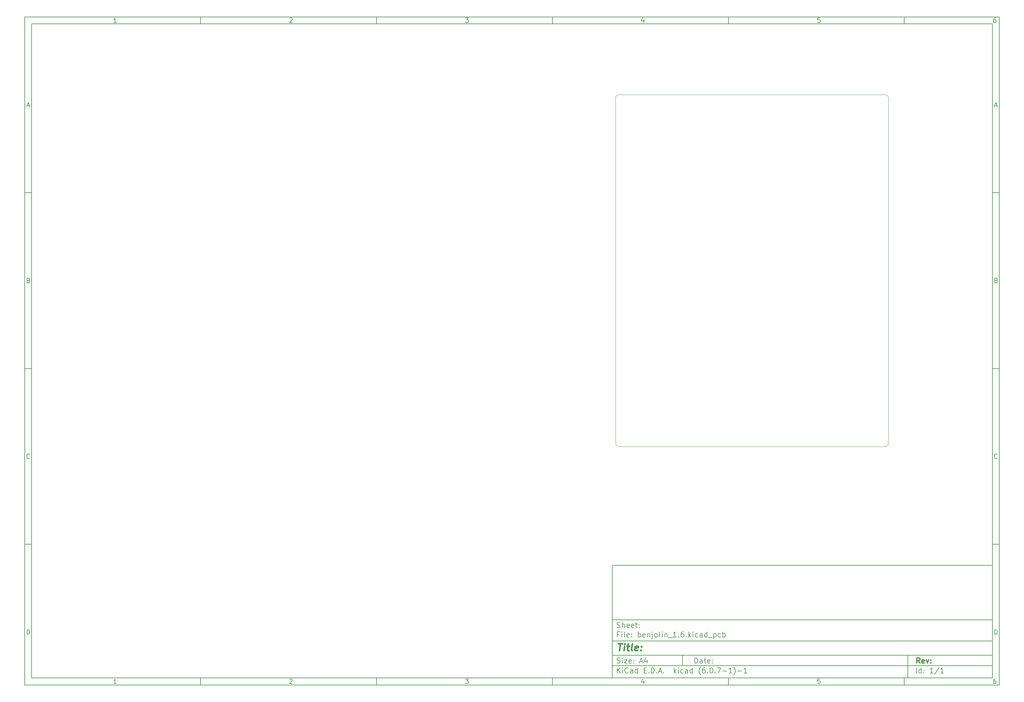
<source format=gbr>
%TF.GenerationSoftware,KiCad,Pcbnew,(6.0.7-1)-1*%
%TF.CreationDate,2022-10-07T09:47:05+07:00*%
%TF.ProjectId,benjolin_1.6,62656e6a-6f6c-4696-9e5f-312e362e6b69,rev?*%
%TF.SameCoordinates,Original*%
%TF.FileFunction,Paste,Bot*%
%TF.FilePolarity,Positive*%
%FSLAX46Y46*%
G04 Gerber Fmt 4.6, Leading zero omitted, Abs format (unit mm)*
G04 Created by KiCad (PCBNEW (6.0.7-1)-1) date 2022-10-07 09:47:05*
%MOMM*%
%LPD*%
G01*
G04 APERTURE LIST*
%ADD10C,0.100000*%
%ADD11C,0.150000*%
%ADD12C,0.300000*%
%ADD13C,0.400000*%
%TA.AperFunction,Profile*%
%ADD14C,0.100000*%
%TD*%
G04 APERTURE END LIST*
D10*
D11*
X177002200Y-166007200D02*
X177002200Y-198007200D01*
X285002200Y-198007200D01*
X285002200Y-166007200D01*
X177002200Y-166007200D01*
D10*
D11*
X10000000Y-10000000D02*
X10000000Y-200007200D01*
X287002200Y-200007200D01*
X287002200Y-10000000D01*
X10000000Y-10000000D01*
D10*
D11*
X12000000Y-12000000D02*
X12000000Y-198007200D01*
X285002200Y-198007200D01*
X285002200Y-12000000D01*
X12000000Y-12000000D01*
D10*
D11*
X60000000Y-12000000D02*
X60000000Y-10000000D01*
D10*
D11*
X110000000Y-12000000D02*
X110000000Y-10000000D01*
D10*
D11*
X160000000Y-12000000D02*
X160000000Y-10000000D01*
D10*
D11*
X210000000Y-12000000D02*
X210000000Y-10000000D01*
D10*
D11*
X260000000Y-12000000D02*
X260000000Y-10000000D01*
D10*
D11*
X36065476Y-11588095D02*
X35322619Y-11588095D01*
X35694047Y-11588095D02*
X35694047Y-10288095D01*
X35570238Y-10473809D01*
X35446428Y-10597619D01*
X35322619Y-10659523D01*
D10*
D11*
X85322619Y-10411904D02*
X85384523Y-10350000D01*
X85508333Y-10288095D01*
X85817857Y-10288095D01*
X85941666Y-10350000D01*
X86003571Y-10411904D01*
X86065476Y-10535714D01*
X86065476Y-10659523D01*
X86003571Y-10845238D01*
X85260714Y-11588095D01*
X86065476Y-11588095D01*
D10*
D11*
X135260714Y-10288095D02*
X136065476Y-10288095D01*
X135632142Y-10783333D01*
X135817857Y-10783333D01*
X135941666Y-10845238D01*
X136003571Y-10907142D01*
X136065476Y-11030952D01*
X136065476Y-11340476D01*
X136003571Y-11464285D01*
X135941666Y-11526190D01*
X135817857Y-11588095D01*
X135446428Y-11588095D01*
X135322619Y-11526190D01*
X135260714Y-11464285D01*
D10*
D11*
X185941666Y-10721428D02*
X185941666Y-11588095D01*
X185632142Y-10226190D02*
X185322619Y-11154761D01*
X186127380Y-11154761D01*
D10*
D11*
X236003571Y-10288095D02*
X235384523Y-10288095D01*
X235322619Y-10907142D01*
X235384523Y-10845238D01*
X235508333Y-10783333D01*
X235817857Y-10783333D01*
X235941666Y-10845238D01*
X236003571Y-10907142D01*
X236065476Y-11030952D01*
X236065476Y-11340476D01*
X236003571Y-11464285D01*
X235941666Y-11526190D01*
X235817857Y-11588095D01*
X235508333Y-11588095D01*
X235384523Y-11526190D01*
X235322619Y-11464285D01*
D10*
D11*
X285941666Y-10288095D02*
X285694047Y-10288095D01*
X285570238Y-10350000D01*
X285508333Y-10411904D01*
X285384523Y-10597619D01*
X285322619Y-10845238D01*
X285322619Y-11340476D01*
X285384523Y-11464285D01*
X285446428Y-11526190D01*
X285570238Y-11588095D01*
X285817857Y-11588095D01*
X285941666Y-11526190D01*
X286003571Y-11464285D01*
X286065476Y-11340476D01*
X286065476Y-11030952D01*
X286003571Y-10907142D01*
X285941666Y-10845238D01*
X285817857Y-10783333D01*
X285570238Y-10783333D01*
X285446428Y-10845238D01*
X285384523Y-10907142D01*
X285322619Y-11030952D01*
D10*
D11*
X60000000Y-198007200D02*
X60000000Y-200007200D01*
D10*
D11*
X110000000Y-198007200D02*
X110000000Y-200007200D01*
D10*
D11*
X160000000Y-198007200D02*
X160000000Y-200007200D01*
D10*
D11*
X210000000Y-198007200D02*
X210000000Y-200007200D01*
D10*
D11*
X260000000Y-198007200D02*
X260000000Y-200007200D01*
D10*
D11*
X36065476Y-199595295D02*
X35322619Y-199595295D01*
X35694047Y-199595295D02*
X35694047Y-198295295D01*
X35570238Y-198481009D01*
X35446428Y-198604819D01*
X35322619Y-198666723D01*
D10*
D11*
X85322619Y-198419104D02*
X85384523Y-198357200D01*
X85508333Y-198295295D01*
X85817857Y-198295295D01*
X85941666Y-198357200D01*
X86003571Y-198419104D01*
X86065476Y-198542914D01*
X86065476Y-198666723D01*
X86003571Y-198852438D01*
X85260714Y-199595295D01*
X86065476Y-199595295D01*
D10*
D11*
X135260714Y-198295295D02*
X136065476Y-198295295D01*
X135632142Y-198790533D01*
X135817857Y-198790533D01*
X135941666Y-198852438D01*
X136003571Y-198914342D01*
X136065476Y-199038152D01*
X136065476Y-199347676D01*
X136003571Y-199471485D01*
X135941666Y-199533390D01*
X135817857Y-199595295D01*
X135446428Y-199595295D01*
X135322619Y-199533390D01*
X135260714Y-199471485D01*
D10*
D11*
X185941666Y-198728628D02*
X185941666Y-199595295D01*
X185632142Y-198233390D02*
X185322619Y-199161961D01*
X186127380Y-199161961D01*
D10*
D11*
X236003571Y-198295295D02*
X235384523Y-198295295D01*
X235322619Y-198914342D01*
X235384523Y-198852438D01*
X235508333Y-198790533D01*
X235817857Y-198790533D01*
X235941666Y-198852438D01*
X236003571Y-198914342D01*
X236065476Y-199038152D01*
X236065476Y-199347676D01*
X236003571Y-199471485D01*
X235941666Y-199533390D01*
X235817857Y-199595295D01*
X235508333Y-199595295D01*
X235384523Y-199533390D01*
X235322619Y-199471485D01*
D10*
D11*
X285941666Y-198295295D02*
X285694047Y-198295295D01*
X285570238Y-198357200D01*
X285508333Y-198419104D01*
X285384523Y-198604819D01*
X285322619Y-198852438D01*
X285322619Y-199347676D01*
X285384523Y-199471485D01*
X285446428Y-199533390D01*
X285570238Y-199595295D01*
X285817857Y-199595295D01*
X285941666Y-199533390D01*
X286003571Y-199471485D01*
X286065476Y-199347676D01*
X286065476Y-199038152D01*
X286003571Y-198914342D01*
X285941666Y-198852438D01*
X285817857Y-198790533D01*
X285570238Y-198790533D01*
X285446428Y-198852438D01*
X285384523Y-198914342D01*
X285322619Y-199038152D01*
D10*
D11*
X10000000Y-60000000D02*
X12000000Y-60000000D01*
D10*
D11*
X10000000Y-110000000D02*
X12000000Y-110000000D01*
D10*
D11*
X10000000Y-160000000D02*
X12000000Y-160000000D01*
D10*
D11*
X10690476Y-35216666D02*
X11309523Y-35216666D01*
X10566666Y-35588095D02*
X11000000Y-34288095D01*
X11433333Y-35588095D01*
D10*
D11*
X11092857Y-84907142D02*
X11278571Y-84969047D01*
X11340476Y-85030952D01*
X11402380Y-85154761D01*
X11402380Y-85340476D01*
X11340476Y-85464285D01*
X11278571Y-85526190D01*
X11154761Y-85588095D01*
X10659523Y-85588095D01*
X10659523Y-84288095D01*
X11092857Y-84288095D01*
X11216666Y-84350000D01*
X11278571Y-84411904D01*
X11340476Y-84535714D01*
X11340476Y-84659523D01*
X11278571Y-84783333D01*
X11216666Y-84845238D01*
X11092857Y-84907142D01*
X10659523Y-84907142D01*
D10*
D11*
X11402380Y-135464285D02*
X11340476Y-135526190D01*
X11154761Y-135588095D01*
X11030952Y-135588095D01*
X10845238Y-135526190D01*
X10721428Y-135402380D01*
X10659523Y-135278571D01*
X10597619Y-135030952D01*
X10597619Y-134845238D01*
X10659523Y-134597619D01*
X10721428Y-134473809D01*
X10845238Y-134350000D01*
X11030952Y-134288095D01*
X11154761Y-134288095D01*
X11340476Y-134350000D01*
X11402380Y-134411904D01*
D10*
D11*
X10659523Y-185588095D02*
X10659523Y-184288095D01*
X10969047Y-184288095D01*
X11154761Y-184350000D01*
X11278571Y-184473809D01*
X11340476Y-184597619D01*
X11402380Y-184845238D01*
X11402380Y-185030952D01*
X11340476Y-185278571D01*
X11278571Y-185402380D01*
X11154761Y-185526190D01*
X10969047Y-185588095D01*
X10659523Y-185588095D01*
D10*
D11*
X287002200Y-60000000D02*
X285002200Y-60000000D01*
D10*
D11*
X287002200Y-110000000D02*
X285002200Y-110000000D01*
D10*
D11*
X287002200Y-160000000D02*
X285002200Y-160000000D01*
D10*
D11*
X285692676Y-35216666D02*
X286311723Y-35216666D01*
X285568866Y-35588095D02*
X286002200Y-34288095D01*
X286435533Y-35588095D01*
D10*
D11*
X286095057Y-84907142D02*
X286280771Y-84969047D01*
X286342676Y-85030952D01*
X286404580Y-85154761D01*
X286404580Y-85340476D01*
X286342676Y-85464285D01*
X286280771Y-85526190D01*
X286156961Y-85588095D01*
X285661723Y-85588095D01*
X285661723Y-84288095D01*
X286095057Y-84288095D01*
X286218866Y-84350000D01*
X286280771Y-84411904D01*
X286342676Y-84535714D01*
X286342676Y-84659523D01*
X286280771Y-84783333D01*
X286218866Y-84845238D01*
X286095057Y-84907142D01*
X285661723Y-84907142D01*
D10*
D11*
X286404580Y-135464285D02*
X286342676Y-135526190D01*
X286156961Y-135588095D01*
X286033152Y-135588095D01*
X285847438Y-135526190D01*
X285723628Y-135402380D01*
X285661723Y-135278571D01*
X285599819Y-135030952D01*
X285599819Y-134845238D01*
X285661723Y-134597619D01*
X285723628Y-134473809D01*
X285847438Y-134350000D01*
X286033152Y-134288095D01*
X286156961Y-134288095D01*
X286342676Y-134350000D01*
X286404580Y-134411904D01*
D10*
D11*
X285661723Y-185588095D02*
X285661723Y-184288095D01*
X285971247Y-184288095D01*
X286156961Y-184350000D01*
X286280771Y-184473809D01*
X286342676Y-184597619D01*
X286404580Y-184845238D01*
X286404580Y-185030952D01*
X286342676Y-185278571D01*
X286280771Y-185402380D01*
X286156961Y-185526190D01*
X285971247Y-185588095D01*
X285661723Y-185588095D01*
D10*
D11*
X200434342Y-193785771D02*
X200434342Y-192285771D01*
X200791485Y-192285771D01*
X201005771Y-192357200D01*
X201148628Y-192500057D01*
X201220057Y-192642914D01*
X201291485Y-192928628D01*
X201291485Y-193142914D01*
X201220057Y-193428628D01*
X201148628Y-193571485D01*
X201005771Y-193714342D01*
X200791485Y-193785771D01*
X200434342Y-193785771D01*
X202577200Y-193785771D02*
X202577200Y-193000057D01*
X202505771Y-192857200D01*
X202362914Y-192785771D01*
X202077200Y-192785771D01*
X201934342Y-192857200D01*
X202577200Y-193714342D02*
X202434342Y-193785771D01*
X202077200Y-193785771D01*
X201934342Y-193714342D01*
X201862914Y-193571485D01*
X201862914Y-193428628D01*
X201934342Y-193285771D01*
X202077200Y-193214342D01*
X202434342Y-193214342D01*
X202577200Y-193142914D01*
X203077200Y-192785771D02*
X203648628Y-192785771D01*
X203291485Y-192285771D02*
X203291485Y-193571485D01*
X203362914Y-193714342D01*
X203505771Y-193785771D01*
X203648628Y-193785771D01*
X204720057Y-193714342D02*
X204577200Y-193785771D01*
X204291485Y-193785771D01*
X204148628Y-193714342D01*
X204077200Y-193571485D01*
X204077200Y-193000057D01*
X204148628Y-192857200D01*
X204291485Y-192785771D01*
X204577200Y-192785771D01*
X204720057Y-192857200D01*
X204791485Y-193000057D01*
X204791485Y-193142914D01*
X204077200Y-193285771D01*
X205434342Y-193642914D02*
X205505771Y-193714342D01*
X205434342Y-193785771D01*
X205362914Y-193714342D01*
X205434342Y-193642914D01*
X205434342Y-193785771D01*
X205434342Y-192857200D02*
X205505771Y-192928628D01*
X205434342Y-193000057D01*
X205362914Y-192928628D01*
X205434342Y-192857200D01*
X205434342Y-193000057D01*
D10*
D11*
X177002200Y-194507200D02*
X285002200Y-194507200D01*
D10*
D11*
X178434342Y-196585771D02*
X178434342Y-195085771D01*
X179291485Y-196585771D02*
X178648628Y-195728628D01*
X179291485Y-195085771D02*
X178434342Y-195942914D01*
X179934342Y-196585771D02*
X179934342Y-195585771D01*
X179934342Y-195085771D02*
X179862914Y-195157200D01*
X179934342Y-195228628D01*
X180005771Y-195157200D01*
X179934342Y-195085771D01*
X179934342Y-195228628D01*
X181505771Y-196442914D02*
X181434342Y-196514342D01*
X181220057Y-196585771D01*
X181077200Y-196585771D01*
X180862914Y-196514342D01*
X180720057Y-196371485D01*
X180648628Y-196228628D01*
X180577200Y-195942914D01*
X180577200Y-195728628D01*
X180648628Y-195442914D01*
X180720057Y-195300057D01*
X180862914Y-195157200D01*
X181077200Y-195085771D01*
X181220057Y-195085771D01*
X181434342Y-195157200D01*
X181505771Y-195228628D01*
X182791485Y-196585771D02*
X182791485Y-195800057D01*
X182720057Y-195657200D01*
X182577200Y-195585771D01*
X182291485Y-195585771D01*
X182148628Y-195657200D01*
X182791485Y-196514342D02*
X182648628Y-196585771D01*
X182291485Y-196585771D01*
X182148628Y-196514342D01*
X182077200Y-196371485D01*
X182077200Y-196228628D01*
X182148628Y-196085771D01*
X182291485Y-196014342D01*
X182648628Y-196014342D01*
X182791485Y-195942914D01*
X184148628Y-196585771D02*
X184148628Y-195085771D01*
X184148628Y-196514342D02*
X184005771Y-196585771D01*
X183720057Y-196585771D01*
X183577200Y-196514342D01*
X183505771Y-196442914D01*
X183434342Y-196300057D01*
X183434342Y-195871485D01*
X183505771Y-195728628D01*
X183577200Y-195657200D01*
X183720057Y-195585771D01*
X184005771Y-195585771D01*
X184148628Y-195657200D01*
X186005771Y-195800057D02*
X186505771Y-195800057D01*
X186720057Y-196585771D02*
X186005771Y-196585771D01*
X186005771Y-195085771D01*
X186720057Y-195085771D01*
X187362914Y-196442914D02*
X187434342Y-196514342D01*
X187362914Y-196585771D01*
X187291485Y-196514342D01*
X187362914Y-196442914D01*
X187362914Y-196585771D01*
X188077200Y-196585771D02*
X188077200Y-195085771D01*
X188434342Y-195085771D01*
X188648628Y-195157200D01*
X188791485Y-195300057D01*
X188862914Y-195442914D01*
X188934342Y-195728628D01*
X188934342Y-195942914D01*
X188862914Y-196228628D01*
X188791485Y-196371485D01*
X188648628Y-196514342D01*
X188434342Y-196585771D01*
X188077200Y-196585771D01*
X189577200Y-196442914D02*
X189648628Y-196514342D01*
X189577200Y-196585771D01*
X189505771Y-196514342D01*
X189577200Y-196442914D01*
X189577200Y-196585771D01*
X190220057Y-196157200D02*
X190934342Y-196157200D01*
X190077200Y-196585771D02*
X190577200Y-195085771D01*
X191077200Y-196585771D01*
X191577200Y-196442914D02*
X191648628Y-196514342D01*
X191577200Y-196585771D01*
X191505771Y-196514342D01*
X191577200Y-196442914D01*
X191577200Y-196585771D01*
X194577200Y-196585771D02*
X194577200Y-195085771D01*
X194720057Y-196014342D02*
X195148628Y-196585771D01*
X195148628Y-195585771D02*
X194577200Y-196157200D01*
X195791485Y-196585771D02*
X195791485Y-195585771D01*
X195791485Y-195085771D02*
X195720057Y-195157200D01*
X195791485Y-195228628D01*
X195862914Y-195157200D01*
X195791485Y-195085771D01*
X195791485Y-195228628D01*
X197148628Y-196514342D02*
X197005771Y-196585771D01*
X196720057Y-196585771D01*
X196577200Y-196514342D01*
X196505771Y-196442914D01*
X196434342Y-196300057D01*
X196434342Y-195871485D01*
X196505771Y-195728628D01*
X196577200Y-195657200D01*
X196720057Y-195585771D01*
X197005771Y-195585771D01*
X197148628Y-195657200D01*
X198434342Y-196585771D02*
X198434342Y-195800057D01*
X198362914Y-195657200D01*
X198220057Y-195585771D01*
X197934342Y-195585771D01*
X197791485Y-195657200D01*
X198434342Y-196514342D02*
X198291485Y-196585771D01*
X197934342Y-196585771D01*
X197791485Y-196514342D01*
X197720057Y-196371485D01*
X197720057Y-196228628D01*
X197791485Y-196085771D01*
X197934342Y-196014342D01*
X198291485Y-196014342D01*
X198434342Y-195942914D01*
X199791485Y-196585771D02*
X199791485Y-195085771D01*
X199791485Y-196514342D02*
X199648628Y-196585771D01*
X199362914Y-196585771D01*
X199220057Y-196514342D01*
X199148628Y-196442914D01*
X199077200Y-196300057D01*
X199077200Y-195871485D01*
X199148628Y-195728628D01*
X199220057Y-195657200D01*
X199362914Y-195585771D01*
X199648628Y-195585771D01*
X199791485Y-195657200D01*
X202077200Y-197157200D02*
X202005771Y-197085771D01*
X201862914Y-196871485D01*
X201791485Y-196728628D01*
X201720057Y-196514342D01*
X201648628Y-196157200D01*
X201648628Y-195871485D01*
X201720057Y-195514342D01*
X201791485Y-195300057D01*
X201862914Y-195157200D01*
X202005771Y-194942914D01*
X202077200Y-194871485D01*
X203291485Y-195085771D02*
X203005771Y-195085771D01*
X202862914Y-195157200D01*
X202791485Y-195228628D01*
X202648628Y-195442914D01*
X202577200Y-195728628D01*
X202577200Y-196300057D01*
X202648628Y-196442914D01*
X202720057Y-196514342D01*
X202862914Y-196585771D01*
X203148628Y-196585771D01*
X203291485Y-196514342D01*
X203362914Y-196442914D01*
X203434342Y-196300057D01*
X203434342Y-195942914D01*
X203362914Y-195800057D01*
X203291485Y-195728628D01*
X203148628Y-195657200D01*
X202862914Y-195657200D01*
X202720057Y-195728628D01*
X202648628Y-195800057D01*
X202577200Y-195942914D01*
X204077200Y-196442914D02*
X204148628Y-196514342D01*
X204077200Y-196585771D01*
X204005771Y-196514342D01*
X204077200Y-196442914D01*
X204077200Y-196585771D01*
X205077200Y-195085771D02*
X205220057Y-195085771D01*
X205362914Y-195157200D01*
X205434342Y-195228628D01*
X205505771Y-195371485D01*
X205577200Y-195657200D01*
X205577200Y-196014342D01*
X205505771Y-196300057D01*
X205434342Y-196442914D01*
X205362914Y-196514342D01*
X205220057Y-196585771D01*
X205077200Y-196585771D01*
X204934342Y-196514342D01*
X204862914Y-196442914D01*
X204791485Y-196300057D01*
X204720057Y-196014342D01*
X204720057Y-195657200D01*
X204791485Y-195371485D01*
X204862914Y-195228628D01*
X204934342Y-195157200D01*
X205077200Y-195085771D01*
X206220057Y-196442914D02*
X206291485Y-196514342D01*
X206220057Y-196585771D01*
X206148628Y-196514342D01*
X206220057Y-196442914D01*
X206220057Y-196585771D01*
X206791485Y-195085771D02*
X207791485Y-195085771D01*
X207148628Y-196585771D01*
X208362914Y-196014342D02*
X209505771Y-196014342D01*
X211005771Y-196585771D02*
X210148628Y-196585771D01*
X210577200Y-196585771D02*
X210577200Y-195085771D01*
X210434342Y-195300057D01*
X210291485Y-195442914D01*
X210148628Y-195514342D01*
X211505771Y-197157200D02*
X211577200Y-197085771D01*
X211720057Y-196871485D01*
X211791485Y-196728628D01*
X211862914Y-196514342D01*
X211934342Y-196157200D01*
X211934342Y-195871485D01*
X211862914Y-195514342D01*
X211791485Y-195300057D01*
X211720057Y-195157200D01*
X211577200Y-194942914D01*
X211505771Y-194871485D01*
X212648628Y-196014342D02*
X213791485Y-196014342D01*
X215291485Y-196585771D02*
X214434342Y-196585771D01*
X214862914Y-196585771D02*
X214862914Y-195085771D01*
X214720057Y-195300057D01*
X214577200Y-195442914D01*
X214434342Y-195514342D01*
D10*
D11*
X177002200Y-191507200D02*
X285002200Y-191507200D01*
D10*
D12*
X264411485Y-193785771D02*
X263911485Y-193071485D01*
X263554342Y-193785771D02*
X263554342Y-192285771D01*
X264125771Y-192285771D01*
X264268628Y-192357200D01*
X264340057Y-192428628D01*
X264411485Y-192571485D01*
X264411485Y-192785771D01*
X264340057Y-192928628D01*
X264268628Y-193000057D01*
X264125771Y-193071485D01*
X263554342Y-193071485D01*
X265625771Y-193714342D02*
X265482914Y-193785771D01*
X265197200Y-193785771D01*
X265054342Y-193714342D01*
X264982914Y-193571485D01*
X264982914Y-193000057D01*
X265054342Y-192857200D01*
X265197200Y-192785771D01*
X265482914Y-192785771D01*
X265625771Y-192857200D01*
X265697200Y-193000057D01*
X265697200Y-193142914D01*
X264982914Y-193285771D01*
X266197200Y-192785771D02*
X266554342Y-193785771D01*
X266911485Y-192785771D01*
X267482914Y-193642914D02*
X267554342Y-193714342D01*
X267482914Y-193785771D01*
X267411485Y-193714342D01*
X267482914Y-193642914D01*
X267482914Y-193785771D01*
X267482914Y-192857200D02*
X267554342Y-192928628D01*
X267482914Y-193000057D01*
X267411485Y-192928628D01*
X267482914Y-192857200D01*
X267482914Y-193000057D01*
D10*
D11*
X178362914Y-193714342D02*
X178577200Y-193785771D01*
X178934342Y-193785771D01*
X179077200Y-193714342D01*
X179148628Y-193642914D01*
X179220057Y-193500057D01*
X179220057Y-193357200D01*
X179148628Y-193214342D01*
X179077200Y-193142914D01*
X178934342Y-193071485D01*
X178648628Y-193000057D01*
X178505771Y-192928628D01*
X178434342Y-192857200D01*
X178362914Y-192714342D01*
X178362914Y-192571485D01*
X178434342Y-192428628D01*
X178505771Y-192357200D01*
X178648628Y-192285771D01*
X179005771Y-192285771D01*
X179220057Y-192357200D01*
X179862914Y-193785771D02*
X179862914Y-192785771D01*
X179862914Y-192285771D02*
X179791485Y-192357200D01*
X179862914Y-192428628D01*
X179934342Y-192357200D01*
X179862914Y-192285771D01*
X179862914Y-192428628D01*
X180434342Y-192785771D02*
X181220057Y-192785771D01*
X180434342Y-193785771D01*
X181220057Y-193785771D01*
X182362914Y-193714342D02*
X182220057Y-193785771D01*
X181934342Y-193785771D01*
X181791485Y-193714342D01*
X181720057Y-193571485D01*
X181720057Y-193000057D01*
X181791485Y-192857200D01*
X181934342Y-192785771D01*
X182220057Y-192785771D01*
X182362914Y-192857200D01*
X182434342Y-193000057D01*
X182434342Y-193142914D01*
X181720057Y-193285771D01*
X183077200Y-193642914D02*
X183148628Y-193714342D01*
X183077200Y-193785771D01*
X183005771Y-193714342D01*
X183077200Y-193642914D01*
X183077200Y-193785771D01*
X183077200Y-192857200D02*
X183148628Y-192928628D01*
X183077200Y-193000057D01*
X183005771Y-192928628D01*
X183077200Y-192857200D01*
X183077200Y-193000057D01*
X184862914Y-193357200D02*
X185577200Y-193357200D01*
X184720057Y-193785771D02*
X185220057Y-192285771D01*
X185720057Y-193785771D01*
X186862914Y-192785771D02*
X186862914Y-193785771D01*
X186505771Y-192214342D02*
X186148628Y-193285771D01*
X187077200Y-193285771D01*
D10*
D11*
X263434342Y-196585771D02*
X263434342Y-195085771D01*
X264791485Y-196585771D02*
X264791485Y-195085771D01*
X264791485Y-196514342D02*
X264648628Y-196585771D01*
X264362914Y-196585771D01*
X264220057Y-196514342D01*
X264148628Y-196442914D01*
X264077200Y-196300057D01*
X264077200Y-195871485D01*
X264148628Y-195728628D01*
X264220057Y-195657200D01*
X264362914Y-195585771D01*
X264648628Y-195585771D01*
X264791485Y-195657200D01*
X265505771Y-196442914D02*
X265577200Y-196514342D01*
X265505771Y-196585771D01*
X265434342Y-196514342D01*
X265505771Y-196442914D01*
X265505771Y-196585771D01*
X265505771Y-195657200D02*
X265577200Y-195728628D01*
X265505771Y-195800057D01*
X265434342Y-195728628D01*
X265505771Y-195657200D01*
X265505771Y-195800057D01*
X268148628Y-196585771D02*
X267291485Y-196585771D01*
X267720057Y-196585771D02*
X267720057Y-195085771D01*
X267577200Y-195300057D01*
X267434342Y-195442914D01*
X267291485Y-195514342D01*
X269862914Y-195014342D02*
X268577200Y-196942914D01*
X271148628Y-196585771D02*
X270291485Y-196585771D01*
X270720057Y-196585771D02*
X270720057Y-195085771D01*
X270577200Y-195300057D01*
X270434342Y-195442914D01*
X270291485Y-195514342D01*
D10*
D11*
X177002200Y-187507200D02*
X285002200Y-187507200D01*
D10*
D13*
X178714580Y-188211961D02*
X179857438Y-188211961D01*
X179036009Y-190211961D02*
X179286009Y-188211961D01*
X180274104Y-190211961D02*
X180440771Y-188878628D01*
X180524104Y-188211961D02*
X180416961Y-188307200D01*
X180500295Y-188402438D01*
X180607438Y-188307200D01*
X180524104Y-188211961D01*
X180500295Y-188402438D01*
X181107438Y-188878628D02*
X181869342Y-188878628D01*
X181476485Y-188211961D02*
X181262200Y-189926247D01*
X181333628Y-190116723D01*
X181512200Y-190211961D01*
X181702676Y-190211961D01*
X182655057Y-190211961D02*
X182476485Y-190116723D01*
X182405057Y-189926247D01*
X182619342Y-188211961D01*
X184190771Y-190116723D02*
X183988390Y-190211961D01*
X183607438Y-190211961D01*
X183428866Y-190116723D01*
X183357438Y-189926247D01*
X183452676Y-189164342D01*
X183571723Y-188973866D01*
X183774104Y-188878628D01*
X184155057Y-188878628D01*
X184333628Y-188973866D01*
X184405057Y-189164342D01*
X184381247Y-189354819D01*
X183405057Y-189545295D01*
X185155057Y-190021485D02*
X185238390Y-190116723D01*
X185131247Y-190211961D01*
X185047914Y-190116723D01*
X185155057Y-190021485D01*
X185131247Y-190211961D01*
X185286009Y-188973866D02*
X185369342Y-189069104D01*
X185262200Y-189164342D01*
X185178866Y-189069104D01*
X185286009Y-188973866D01*
X185262200Y-189164342D01*
D10*
D11*
X178934342Y-185600057D02*
X178434342Y-185600057D01*
X178434342Y-186385771D02*
X178434342Y-184885771D01*
X179148628Y-184885771D01*
X179720057Y-186385771D02*
X179720057Y-185385771D01*
X179720057Y-184885771D02*
X179648628Y-184957200D01*
X179720057Y-185028628D01*
X179791485Y-184957200D01*
X179720057Y-184885771D01*
X179720057Y-185028628D01*
X180648628Y-186385771D02*
X180505771Y-186314342D01*
X180434342Y-186171485D01*
X180434342Y-184885771D01*
X181791485Y-186314342D02*
X181648628Y-186385771D01*
X181362914Y-186385771D01*
X181220057Y-186314342D01*
X181148628Y-186171485D01*
X181148628Y-185600057D01*
X181220057Y-185457200D01*
X181362914Y-185385771D01*
X181648628Y-185385771D01*
X181791485Y-185457200D01*
X181862914Y-185600057D01*
X181862914Y-185742914D01*
X181148628Y-185885771D01*
X182505771Y-186242914D02*
X182577200Y-186314342D01*
X182505771Y-186385771D01*
X182434342Y-186314342D01*
X182505771Y-186242914D01*
X182505771Y-186385771D01*
X182505771Y-185457200D02*
X182577200Y-185528628D01*
X182505771Y-185600057D01*
X182434342Y-185528628D01*
X182505771Y-185457200D01*
X182505771Y-185600057D01*
X184362914Y-186385771D02*
X184362914Y-184885771D01*
X184362914Y-185457200D02*
X184505771Y-185385771D01*
X184791485Y-185385771D01*
X184934342Y-185457200D01*
X185005771Y-185528628D01*
X185077200Y-185671485D01*
X185077200Y-186100057D01*
X185005771Y-186242914D01*
X184934342Y-186314342D01*
X184791485Y-186385771D01*
X184505771Y-186385771D01*
X184362914Y-186314342D01*
X186291485Y-186314342D02*
X186148628Y-186385771D01*
X185862914Y-186385771D01*
X185720057Y-186314342D01*
X185648628Y-186171485D01*
X185648628Y-185600057D01*
X185720057Y-185457200D01*
X185862914Y-185385771D01*
X186148628Y-185385771D01*
X186291485Y-185457200D01*
X186362914Y-185600057D01*
X186362914Y-185742914D01*
X185648628Y-185885771D01*
X187005771Y-185385771D02*
X187005771Y-186385771D01*
X187005771Y-185528628D02*
X187077200Y-185457200D01*
X187220057Y-185385771D01*
X187434342Y-185385771D01*
X187577200Y-185457200D01*
X187648628Y-185600057D01*
X187648628Y-186385771D01*
X188362914Y-185385771D02*
X188362914Y-186671485D01*
X188291485Y-186814342D01*
X188148628Y-186885771D01*
X188077200Y-186885771D01*
X188362914Y-184885771D02*
X188291485Y-184957200D01*
X188362914Y-185028628D01*
X188434342Y-184957200D01*
X188362914Y-184885771D01*
X188362914Y-185028628D01*
X189291485Y-186385771D02*
X189148628Y-186314342D01*
X189077200Y-186242914D01*
X189005771Y-186100057D01*
X189005771Y-185671485D01*
X189077200Y-185528628D01*
X189148628Y-185457200D01*
X189291485Y-185385771D01*
X189505771Y-185385771D01*
X189648628Y-185457200D01*
X189720057Y-185528628D01*
X189791485Y-185671485D01*
X189791485Y-186100057D01*
X189720057Y-186242914D01*
X189648628Y-186314342D01*
X189505771Y-186385771D01*
X189291485Y-186385771D01*
X190648628Y-186385771D02*
X190505771Y-186314342D01*
X190434342Y-186171485D01*
X190434342Y-184885771D01*
X191220057Y-186385771D02*
X191220057Y-185385771D01*
X191220057Y-184885771D02*
X191148628Y-184957200D01*
X191220057Y-185028628D01*
X191291485Y-184957200D01*
X191220057Y-184885771D01*
X191220057Y-185028628D01*
X191934342Y-185385771D02*
X191934342Y-186385771D01*
X191934342Y-185528628D02*
X192005771Y-185457200D01*
X192148628Y-185385771D01*
X192362914Y-185385771D01*
X192505771Y-185457200D01*
X192577200Y-185600057D01*
X192577200Y-186385771D01*
X192934342Y-186528628D02*
X194077200Y-186528628D01*
X195220057Y-186385771D02*
X194362914Y-186385771D01*
X194791485Y-186385771D02*
X194791485Y-184885771D01*
X194648628Y-185100057D01*
X194505771Y-185242914D01*
X194362914Y-185314342D01*
X195862914Y-186242914D02*
X195934342Y-186314342D01*
X195862914Y-186385771D01*
X195791485Y-186314342D01*
X195862914Y-186242914D01*
X195862914Y-186385771D01*
X197220057Y-184885771D02*
X196934342Y-184885771D01*
X196791485Y-184957200D01*
X196720057Y-185028628D01*
X196577200Y-185242914D01*
X196505771Y-185528628D01*
X196505771Y-186100057D01*
X196577200Y-186242914D01*
X196648628Y-186314342D01*
X196791485Y-186385771D01*
X197077200Y-186385771D01*
X197220057Y-186314342D01*
X197291485Y-186242914D01*
X197362914Y-186100057D01*
X197362914Y-185742914D01*
X197291485Y-185600057D01*
X197220057Y-185528628D01*
X197077200Y-185457200D01*
X196791485Y-185457200D01*
X196648628Y-185528628D01*
X196577200Y-185600057D01*
X196505771Y-185742914D01*
X198005771Y-186242914D02*
X198077200Y-186314342D01*
X198005771Y-186385771D01*
X197934342Y-186314342D01*
X198005771Y-186242914D01*
X198005771Y-186385771D01*
X198720057Y-186385771D02*
X198720057Y-184885771D01*
X198862914Y-185814342D02*
X199291485Y-186385771D01*
X199291485Y-185385771D02*
X198720057Y-185957200D01*
X199934342Y-186385771D02*
X199934342Y-185385771D01*
X199934342Y-184885771D02*
X199862914Y-184957200D01*
X199934342Y-185028628D01*
X200005771Y-184957200D01*
X199934342Y-184885771D01*
X199934342Y-185028628D01*
X201291485Y-186314342D02*
X201148628Y-186385771D01*
X200862914Y-186385771D01*
X200720057Y-186314342D01*
X200648628Y-186242914D01*
X200577200Y-186100057D01*
X200577200Y-185671485D01*
X200648628Y-185528628D01*
X200720057Y-185457200D01*
X200862914Y-185385771D01*
X201148628Y-185385771D01*
X201291485Y-185457200D01*
X202577200Y-186385771D02*
X202577200Y-185600057D01*
X202505771Y-185457200D01*
X202362914Y-185385771D01*
X202077200Y-185385771D01*
X201934342Y-185457200D01*
X202577200Y-186314342D02*
X202434342Y-186385771D01*
X202077200Y-186385771D01*
X201934342Y-186314342D01*
X201862914Y-186171485D01*
X201862914Y-186028628D01*
X201934342Y-185885771D01*
X202077200Y-185814342D01*
X202434342Y-185814342D01*
X202577200Y-185742914D01*
X203934342Y-186385771D02*
X203934342Y-184885771D01*
X203934342Y-186314342D02*
X203791485Y-186385771D01*
X203505771Y-186385771D01*
X203362914Y-186314342D01*
X203291485Y-186242914D01*
X203220057Y-186100057D01*
X203220057Y-185671485D01*
X203291485Y-185528628D01*
X203362914Y-185457200D01*
X203505771Y-185385771D01*
X203791485Y-185385771D01*
X203934342Y-185457200D01*
X204291485Y-186528628D02*
X205434342Y-186528628D01*
X205791485Y-185385771D02*
X205791485Y-186885771D01*
X205791485Y-185457200D02*
X205934342Y-185385771D01*
X206220057Y-185385771D01*
X206362914Y-185457200D01*
X206434342Y-185528628D01*
X206505771Y-185671485D01*
X206505771Y-186100057D01*
X206434342Y-186242914D01*
X206362914Y-186314342D01*
X206220057Y-186385771D01*
X205934342Y-186385771D01*
X205791485Y-186314342D01*
X207791485Y-186314342D02*
X207648628Y-186385771D01*
X207362914Y-186385771D01*
X207220057Y-186314342D01*
X207148628Y-186242914D01*
X207077200Y-186100057D01*
X207077200Y-185671485D01*
X207148628Y-185528628D01*
X207220057Y-185457200D01*
X207362914Y-185385771D01*
X207648628Y-185385771D01*
X207791485Y-185457200D01*
X208434342Y-186385771D02*
X208434342Y-184885771D01*
X208434342Y-185457200D02*
X208577200Y-185385771D01*
X208862914Y-185385771D01*
X209005771Y-185457200D01*
X209077200Y-185528628D01*
X209148628Y-185671485D01*
X209148628Y-186100057D01*
X209077200Y-186242914D01*
X209005771Y-186314342D01*
X208862914Y-186385771D01*
X208577200Y-186385771D01*
X208434342Y-186314342D01*
D10*
D11*
X177002200Y-181507200D02*
X285002200Y-181507200D01*
D10*
D11*
X178362914Y-183614342D02*
X178577200Y-183685771D01*
X178934342Y-183685771D01*
X179077200Y-183614342D01*
X179148628Y-183542914D01*
X179220057Y-183400057D01*
X179220057Y-183257200D01*
X179148628Y-183114342D01*
X179077200Y-183042914D01*
X178934342Y-182971485D01*
X178648628Y-182900057D01*
X178505771Y-182828628D01*
X178434342Y-182757200D01*
X178362914Y-182614342D01*
X178362914Y-182471485D01*
X178434342Y-182328628D01*
X178505771Y-182257200D01*
X178648628Y-182185771D01*
X179005771Y-182185771D01*
X179220057Y-182257200D01*
X179862914Y-183685771D02*
X179862914Y-182185771D01*
X180505771Y-183685771D02*
X180505771Y-182900057D01*
X180434342Y-182757200D01*
X180291485Y-182685771D01*
X180077200Y-182685771D01*
X179934342Y-182757200D01*
X179862914Y-182828628D01*
X181791485Y-183614342D02*
X181648628Y-183685771D01*
X181362914Y-183685771D01*
X181220057Y-183614342D01*
X181148628Y-183471485D01*
X181148628Y-182900057D01*
X181220057Y-182757200D01*
X181362914Y-182685771D01*
X181648628Y-182685771D01*
X181791485Y-182757200D01*
X181862914Y-182900057D01*
X181862914Y-183042914D01*
X181148628Y-183185771D01*
X183077200Y-183614342D02*
X182934342Y-183685771D01*
X182648628Y-183685771D01*
X182505771Y-183614342D01*
X182434342Y-183471485D01*
X182434342Y-182900057D01*
X182505771Y-182757200D01*
X182648628Y-182685771D01*
X182934342Y-182685771D01*
X183077200Y-182757200D01*
X183148628Y-182900057D01*
X183148628Y-183042914D01*
X182434342Y-183185771D01*
X183577200Y-182685771D02*
X184148628Y-182685771D01*
X183791485Y-182185771D02*
X183791485Y-183471485D01*
X183862914Y-183614342D01*
X184005771Y-183685771D01*
X184148628Y-183685771D01*
X184648628Y-183542914D02*
X184720057Y-183614342D01*
X184648628Y-183685771D01*
X184577200Y-183614342D01*
X184648628Y-183542914D01*
X184648628Y-183685771D01*
X184648628Y-182757200D02*
X184720057Y-182828628D01*
X184648628Y-182900057D01*
X184577200Y-182828628D01*
X184648628Y-182757200D01*
X184648628Y-182900057D01*
D10*
D12*
D10*
D11*
D10*
D11*
D10*
D11*
D10*
D11*
D10*
D11*
X197002200Y-191507200D02*
X197002200Y-194507200D01*
D10*
D11*
X261002200Y-191507200D02*
X261002200Y-198007200D01*
D14*
X255450614Y-32899678D02*
X255450000Y-131440000D01*
X254700614Y-32149678D02*
X178700000Y-32149678D01*
X178700000Y-132157000D02*
X254699204Y-132157000D01*
X254699209Y-132157495D02*
G75*
G03*
X255450000Y-131440000I-8128J760069D01*
G01*
X177950000Y-32899678D02*
X177950000Y-131407000D01*
X177950000Y-131407000D02*
G75*
G03*
X178700000Y-132157000I750000J0D01*
G01*
X178700000Y-32149700D02*
G75*
G03*
X177950000Y-32899678I0J-750000D01*
G01*
X255450613Y-32899678D02*
G75*
G03*
X254700614Y-32149678I-750018J-18D01*
G01*
M02*

</source>
